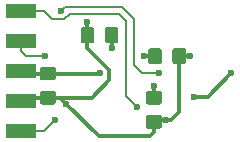
<source format=gbl>
G04 #@! TF.GenerationSoftware,KiCad,Pcbnew,5.1.5*
G04 #@! TF.CreationDate,2020-02-24T19:12:41+03:00*
G04 #@! TF.ProjectId,mod-lqfp48,6d6f642d-6c71-4667-9034-382e6b696361,rev?*
G04 #@! TF.SameCoordinates,PX1036640PYec82e0*
G04 #@! TF.FileFunction,Copper,L2,Bot*
G04 #@! TF.FilePolarity,Positive*
%FSLAX46Y46*%
G04 Gerber Fmt 4.6, Leading zero omitted, Abs format (unit mm)*
G04 Created by KiCad (PCBNEW 5.1.5) date 2020-02-24 19:12:41*
%MOMM*%
%LPD*%
G04 APERTURE LIST*
%ADD10C,0.150000*%
%ADD11R,2.540000X1.270000*%
%ADD12C,0.600000*%
%ADD13C,0.300000*%
%ADD14C,0.200000*%
G04 APERTURE END LIST*
G04 #@! TA.AperFunction,SMDPad,CuDef*
D10*
G36*
X8411505Y-2673204D02*
G01*
X8435773Y-2676804D01*
X8459572Y-2682765D01*
X8482671Y-2691030D01*
X8504850Y-2701520D01*
X8525893Y-2714132D01*
X8545599Y-2728747D01*
X8563777Y-2745223D01*
X8580253Y-2763401D01*
X8594868Y-2783107D01*
X8607480Y-2804150D01*
X8617970Y-2826329D01*
X8626235Y-2849428D01*
X8632196Y-2873227D01*
X8635796Y-2897495D01*
X8637000Y-2921999D01*
X8637000Y-3822001D01*
X8635796Y-3846505D01*
X8632196Y-3870773D01*
X8626235Y-3894572D01*
X8617970Y-3917671D01*
X8607480Y-3939850D01*
X8594868Y-3960893D01*
X8580253Y-3980599D01*
X8563777Y-3998777D01*
X8545599Y-4015253D01*
X8525893Y-4029868D01*
X8504850Y-4042480D01*
X8482671Y-4052970D01*
X8459572Y-4061235D01*
X8435773Y-4067196D01*
X8411505Y-4070796D01*
X8387001Y-4072000D01*
X7736999Y-4072000D01*
X7712495Y-4070796D01*
X7688227Y-4067196D01*
X7664428Y-4061235D01*
X7641329Y-4052970D01*
X7619150Y-4042480D01*
X7598107Y-4029868D01*
X7578401Y-4015253D01*
X7560223Y-3998777D01*
X7543747Y-3980599D01*
X7529132Y-3960893D01*
X7516520Y-3939850D01*
X7506030Y-3917671D01*
X7497765Y-3894572D01*
X7491804Y-3870773D01*
X7488204Y-3846505D01*
X7487000Y-3822001D01*
X7487000Y-2921999D01*
X7488204Y-2897495D01*
X7491804Y-2873227D01*
X7497765Y-2849428D01*
X7506030Y-2826329D01*
X7516520Y-2804150D01*
X7529132Y-2783107D01*
X7543747Y-2763401D01*
X7560223Y-2745223D01*
X7578401Y-2728747D01*
X7598107Y-2714132D01*
X7619150Y-2701520D01*
X7641329Y-2691030D01*
X7664428Y-2682765D01*
X7688227Y-2676804D01*
X7712495Y-2673204D01*
X7736999Y-2672000D01*
X8387001Y-2672000D01*
X8411505Y-2673204D01*
G37*
G04 #@! TD.AperFunction*
G04 #@! TA.AperFunction,SMDPad,CuDef*
G36*
X10461505Y-2673204D02*
G01*
X10485773Y-2676804D01*
X10509572Y-2682765D01*
X10532671Y-2691030D01*
X10554850Y-2701520D01*
X10575893Y-2714132D01*
X10595599Y-2728747D01*
X10613777Y-2745223D01*
X10630253Y-2763401D01*
X10644868Y-2783107D01*
X10657480Y-2804150D01*
X10667970Y-2826329D01*
X10676235Y-2849428D01*
X10682196Y-2873227D01*
X10685796Y-2897495D01*
X10687000Y-2921999D01*
X10687000Y-3822001D01*
X10685796Y-3846505D01*
X10682196Y-3870773D01*
X10676235Y-3894572D01*
X10667970Y-3917671D01*
X10657480Y-3939850D01*
X10644868Y-3960893D01*
X10630253Y-3980599D01*
X10613777Y-3998777D01*
X10595599Y-4015253D01*
X10575893Y-4029868D01*
X10554850Y-4042480D01*
X10532671Y-4052970D01*
X10509572Y-4061235D01*
X10485773Y-4067196D01*
X10461505Y-4070796D01*
X10437001Y-4072000D01*
X9786999Y-4072000D01*
X9762495Y-4070796D01*
X9738227Y-4067196D01*
X9714428Y-4061235D01*
X9691329Y-4052970D01*
X9669150Y-4042480D01*
X9648107Y-4029868D01*
X9628401Y-4015253D01*
X9610223Y-3998777D01*
X9593747Y-3980599D01*
X9579132Y-3960893D01*
X9566520Y-3939850D01*
X9556030Y-3917671D01*
X9547765Y-3894572D01*
X9541804Y-3870773D01*
X9538204Y-3846505D01*
X9537000Y-3822001D01*
X9537000Y-2921999D01*
X9538204Y-2897495D01*
X9541804Y-2873227D01*
X9547765Y-2849428D01*
X9556030Y-2826329D01*
X9566520Y-2804150D01*
X9579132Y-2783107D01*
X9593747Y-2763401D01*
X9610223Y-2745223D01*
X9628401Y-2728747D01*
X9648107Y-2714132D01*
X9669150Y-2701520D01*
X9691329Y-2691030D01*
X9714428Y-2682765D01*
X9738227Y-2676804D01*
X9762495Y-2673204D01*
X9786999Y-2672000D01*
X10437001Y-2672000D01*
X10461505Y-2673204D01*
G37*
G04 #@! TD.AperFunction*
D11*
X2408948Y-1340000D03*
X2408948Y-3880000D03*
X2408948Y-6420000D03*
X2408948Y-8960000D03*
X2408948Y-11500000D03*
G04 #@! TA.AperFunction,SMDPad,CuDef*
D10*
G36*
X16176505Y-4451204D02*
G01*
X16200773Y-4454804D01*
X16224572Y-4460765D01*
X16247671Y-4469030D01*
X16269850Y-4479520D01*
X16290893Y-4492132D01*
X16310599Y-4506747D01*
X16328777Y-4523223D01*
X16345253Y-4541401D01*
X16359868Y-4561107D01*
X16372480Y-4582150D01*
X16382970Y-4604329D01*
X16391235Y-4627428D01*
X16397196Y-4651227D01*
X16400796Y-4675495D01*
X16402000Y-4699999D01*
X16402000Y-5600001D01*
X16400796Y-5624505D01*
X16397196Y-5648773D01*
X16391235Y-5672572D01*
X16382970Y-5695671D01*
X16372480Y-5717850D01*
X16359868Y-5738893D01*
X16345253Y-5758599D01*
X16328777Y-5776777D01*
X16310599Y-5793253D01*
X16290893Y-5807868D01*
X16269850Y-5820480D01*
X16247671Y-5830970D01*
X16224572Y-5839235D01*
X16200773Y-5845196D01*
X16176505Y-5848796D01*
X16152001Y-5850000D01*
X15501999Y-5850000D01*
X15477495Y-5848796D01*
X15453227Y-5845196D01*
X15429428Y-5839235D01*
X15406329Y-5830970D01*
X15384150Y-5820480D01*
X15363107Y-5807868D01*
X15343401Y-5793253D01*
X15325223Y-5776777D01*
X15308747Y-5758599D01*
X15294132Y-5738893D01*
X15281520Y-5717850D01*
X15271030Y-5695671D01*
X15262765Y-5672572D01*
X15256804Y-5648773D01*
X15253204Y-5624505D01*
X15252000Y-5600001D01*
X15252000Y-4699999D01*
X15253204Y-4675495D01*
X15256804Y-4651227D01*
X15262765Y-4627428D01*
X15271030Y-4604329D01*
X15281520Y-4582150D01*
X15294132Y-4561107D01*
X15308747Y-4541401D01*
X15325223Y-4523223D01*
X15343401Y-4506747D01*
X15363107Y-4492132D01*
X15384150Y-4479520D01*
X15406329Y-4469030D01*
X15429428Y-4460765D01*
X15453227Y-4454804D01*
X15477495Y-4451204D01*
X15501999Y-4450000D01*
X16152001Y-4450000D01*
X16176505Y-4451204D01*
G37*
G04 #@! TD.AperFunction*
G04 #@! TA.AperFunction,SMDPad,CuDef*
G36*
X14126505Y-4451204D02*
G01*
X14150773Y-4454804D01*
X14174572Y-4460765D01*
X14197671Y-4469030D01*
X14219850Y-4479520D01*
X14240893Y-4492132D01*
X14260599Y-4506747D01*
X14278777Y-4523223D01*
X14295253Y-4541401D01*
X14309868Y-4561107D01*
X14322480Y-4582150D01*
X14332970Y-4604329D01*
X14341235Y-4627428D01*
X14347196Y-4651227D01*
X14350796Y-4675495D01*
X14352000Y-4699999D01*
X14352000Y-5600001D01*
X14350796Y-5624505D01*
X14347196Y-5648773D01*
X14341235Y-5672572D01*
X14332970Y-5695671D01*
X14322480Y-5717850D01*
X14309868Y-5738893D01*
X14295253Y-5758599D01*
X14278777Y-5776777D01*
X14260599Y-5793253D01*
X14240893Y-5807868D01*
X14219850Y-5820480D01*
X14197671Y-5830970D01*
X14174572Y-5839235D01*
X14150773Y-5845196D01*
X14126505Y-5848796D01*
X14102001Y-5850000D01*
X13451999Y-5850000D01*
X13427495Y-5848796D01*
X13403227Y-5845196D01*
X13379428Y-5839235D01*
X13356329Y-5830970D01*
X13334150Y-5820480D01*
X13313107Y-5807868D01*
X13293401Y-5793253D01*
X13275223Y-5776777D01*
X13258747Y-5758599D01*
X13244132Y-5738893D01*
X13231520Y-5717850D01*
X13221030Y-5695671D01*
X13212765Y-5672572D01*
X13206804Y-5648773D01*
X13203204Y-5624505D01*
X13202000Y-5600001D01*
X13202000Y-4699999D01*
X13203204Y-4675495D01*
X13206804Y-4651227D01*
X13212765Y-4627428D01*
X13221030Y-4604329D01*
X13231520Y-4582150D01*
X13244132Y-4561107D01*
X13258747Y-4541401D01*
X13275223Y-4523223D01*
X13293401Y-4506747D01*
X13313107Y-4492132D01*
X13334150Y-4479520D01*
X13356329Y-4469030D01*
X13379428Y-4460765D01*
X13403227Y-4454804D01*
X13427495Y-4451204D01*
X13451999Y-4450000D01*
X14102001Y-4450000D01*
X14126505Y-4451204D01*
G37*
G04 #@! TD.AperFunction*
G04 #@! TA.AperFunction,SMDPad,CuDef*
G36*
X14158905Y-8097804D02*
G01*
X14183173Y-8101404D01*
X14206972Y-8107365D01*
X14230071Y-8115630D01*
X14252250Y-8126120D01*
X14273293Y-8138732D01*
X14292999Y-8153347D01*
X14311177Y-8169823D01*
X14327653Y-8188001D01*
X14342268Y-8207707D01*
X14354880Y-8228750D01*
X14365370Y-8250929D01*
X14373635Y-8274028D01*
X14379596Y-8297827D01*
X14383196Y-8322095D01*
X14384400Y-8346599D01*
X14384400Y-8996601D01*
X14383196Y-9021105D01*
X14379596Y-9045373D01*
X14373635Y-9069172D01*
X14365370Y-9092271D01*
X14354880Y-9114450D01*
X14342268Y-9135493D01*
X14327653Y-9155199D01*
X14311177Y-9173377D01*
X14292999Y-9189853D01*
X14273293Y-9204468D01*
X14252250Y-9217080D01*
X14230071Y-9227570D01*
X14206972Y-9235835D01*
X14183173Y-9241796D01*
X14158905Y-9245396D01*
X14134401Y-9246600D01*
X13234399Y-9246600D01*
X13209895Y-9245396D01*
X13185627Y-9241796D01*
X13161828Y-9235835D01*
X13138729Y-9227570D01*
X13116550Y-9217080D01*
X13095507Y-9204468D01*
X13075801Y-9189853D01*
X13057623Y-9173377D01*
X13041147Y-9155199D01*
X13026532Y-9135493D01*
X13013920Y-9114450D01*
X13003430Y-9092271D01*
X12995165Y-9069172D01*
X12989204Y-9045373D01*
X12985604Y-9021105D01*
X12984400Y-8996601D01*
X12984400Y-8346599D01*
X12985604Y-8322095D01*
X12989204Y-8297827D01*
X12995165Y-8274028D01*
X13003430Y-8250929D01*
X13013920Y-8228750D01*
X13026532Y-8207707D01*
X13041147Y-8188001D01*
X13057623Y-8169823D01*
X13075801Y-8153347D01*
X13095507Y-8138732D01*
X13116550Y-8126120D01*
X13138729Y-8115630D01*
X13161828Y-8107365D01*
X13185627Y-8101404D01*
X13209895Y-8097804D01*
X13234399Y-8096600D01*
X14134401Y-8096600D01*
X14158905Y-8097804D01*
G37*
G04 #@! TD.AperFunction*
G04 #@! TA.AperFunction,SMDPad,CuDef*
G36*
X14158905Y-10147804D02*
G01*
X14183173Y-10151404D01*
X14206972Y-10157365D01*
X14230071Y-10165630D01*
X14252250Y-10176120D01*
X14273293Y-10188732D01*
X14292999Y-10203347D01*
X14311177Y-10219823D01*
X14327653Y-10238001D01*
X14342268Y-10257707D01*
X14354880Y-10278750D01*
X14365370Y-10300929D01*
X14373635Y-10324028D01*
X14379596Y-10347827D01*
X14383196Y-10372095D01*
X14384400Y-10396599D01*
X14384400Y-11046601D01*
X14383196Y-11071105D01*
X14379596Y-11095373D01*
X14373635Y-11119172D01*
X14365370Y-11142271D01*
X14354880Y-11164450D01*
X14342268Y-11185493D01*
X14327653Y-11205199D01*
X14311177Y-11223377D01*
X14292999Y-11239853D01*
X14273293Y-11254468D01*
X14252250Y-11267080D01*
X14230071Y-11277570D01*
X14206972Y-11285835D01*
X14183173Y-11291796D01*
X14158905Y-11295396D01*
X14134401Y-11296600D01*
X13234399Y-11296600D01*
X13209895Y-11295396D01*
X13185627Y-11291796D01*
X13161828Y-11285835D01*
X13138729Y-11277570D01*
X13116550Y-11267080D01*
X13095507Y-11254468D01*
X13075801Y-11239853D01*
X13057623Y-11223377D01*
X13041147Y-11205199D01*
X13026532Y-11185493D01*
X13013920Y-11164450D01*
X13003430Y-11142271D01*
X12995165Y-11119172D01*
X12989204Y-11095373D01*
X12985604Y-11071105D01*
X12984400Y-11046601D01*
X12984400Y-10396599D01*
X12985604Y-10372095D01*
X12989204Y-10347827D01*
X12995165Y-10324028D01*
X13003430Y-10300929D01*
X13013920Y-10278750D01*
X13026532Y-10257707D01*
X13041147Y-10238001D01*
X13057623Y-10219823D01*
X13075801Y-10203347D01*
X13095507Y-10188732D01*
X13116550Y-10176120D01*
X13138729Y-10165630D01*
X13161828Y-10157365D01*
X13185627Y-10151404D01*
X13209895Y-10147804D01*
X13234399Y-10146600D01*
X14134401Y-10146600D01*
X14158905Y-10147804D01*
G37*
G04 #@! TD.AperFunction*
G04 #@! TA.AperFunction,SMDPad,CuDef*
G36*
X5174505Y-6051204D02*
G01*
X5198773Y-6054804D01*
X5222572Y-6060765D01*
X5245671Y-6069030D01*
X5267850Y-6079520D01*
X5288893Y-6092132D01*
X5308599Y-6106747D01*
X5326777Y-6123223D01*
X5343253Y-6141401D01*
X5357868Y-6161107D01*
X5370480Y-6182150D01*
X5380970Y-6204329D01*
X5389235Y-6227428D01*
X5395196Y-6251227D01*
X5398796Y-6275495D01*
X5400000Y-6299999D01*
X5400000Y-6950001D01*
X5398796Y-6974505D01*
X5395196Y-6998773D01*
X5389235Y-7022572D01*
X5380970Y-7045671D01*
X5370480Y-7067850D01*
X5357868Y-7088893D01*
X5343253Y-7108599D01*
X5326777Y-7126777D01*
X5308599Y-7143253D01*
X5288893Y-7157868D01*
X5267850Y-7170480D01*
X5245671Y-7180970D01*
X5222572Y-7189235D01*
X5198773Y-7195196D01*
X5174505Y-7198796D01*
X5150001Y-7200000D01*
X4249999Y-7200000D01*
X4225495Y-7198796D01*
X4201227Y-7195196D01*
X4177428Y-7189235D01*
X4154329Y-7180970D01*
X4132150Y-7170480D01*
X4111107Y-7157868D01*
X4091401Y-7143253D01*
X4073223Y-7126777D01*
X4056747Y-7108599D01*
X4042132Y-7088893D01*
X4029520Y-7067850D01*
X4019030Y-7045671D01*
X4010765Y-7022572D01*
X4004804Y-6998773D01*
X4001204Y-6974505D01*
X4000000Y-6950001D01*
X4000000Y-6299999D01*
X4001204Y-6275495D01*
X4004804Y-6251227D01*
X4010765Y-6227428D01*
X4019030Y-6204329D01*
X4029520Y-6182150D01*
X4042132Y-6161107D01*
X4056747Y-6141401D01*
X4073223Y-6123223D01*
X4091401Y-6106747D01*
X4111107Y-6092132D01*
X4132150Y-6079520D01*
X4154329Y-6069030D01*
X4177428Y-6060765D01*
X4201227Y-6054804D01*
X4225495Y-6051204D01*
X4249999Y-6050000D01*
X5150001Y-6050000D01*
X5174505Y-6051204D01*
G37*
G04 #@! TD.AperFunction*
G04 #@! TA.AperFunction,SMDPad,CuDef*
G36*
X5174505Y-8101204D02*
G01*
X5198773Y-8104804D01*
X5222572Y-8110765D01*
X5245671Y-8119030D01*
X5267850Y-8129520D01*
X5288893Y-8142132D01*
X5308599Y-8156747D01*
X5326777Y-8173223D01*
X5343253Y-8191401D01*
X5357868Y-8211107D01*
X5370480Y-8232150D01*
X5380970Y-8254329D01*
X5389235Y-8277428D01*
X5395196Y-8301227D01*
X5398796Y-8325495D01*
X5400000Y-8349999D01*
X5400000Y-9000001D01*
X5398796Y-9024505D01*
X5395196Y-9048773D01*
X5389235Y-9072572D01*
X5380970Y-9095671D01*
X5370480Y-9117850D01*
X5357868Y-9138893D01*
X5343253Y-9158599D01*
X5326777Y-9176777D01*
X5308599Y-9193253D01*
X5288893Y-9207868D01*
X5267850Y-9220480D01*
X5245671Y-9230970D01*
X5222572Y-9239235D01*
X5198773Y-9245196D01*
X5174505Y-9248796D01*
X5150001Y-9250000D01*
X4249999Y-9250000D01*
X4225495Y-9248796D01*
X4201227Y-9245196D01*
X4177428Y-9239235D01*
X4154329Y-9230970D01*
X4132150Y-9220480D01*
X4111107Y-9207868D01*
X4091401Y-9193253D01*
X4073223Y-9176777D01*
X4056747Y-9158599D01*
X4042132Y-9138893D01*
X4029520Y-9117850D01*
X4019030Y-9095671D01*
X4010765Y-9072572D01*
X4004804Y-9048773D01*
X4001204Y-9024505D01*
X4000000Y-9000001D01*
X4000000Y-8349999D01*
X4001204Y-8325495D01*
X4004804Y-8301227D01*
X4010765Y-8277428D01*
X4019030Y-8254329D01*
X4029520Y-8232150D01*
X4042132Y-8211107D01*
X4056747Y-8191401D01*
X4073223Y-8173223D01*
X4091401Y-8156747D01*
X4111107Y-8142132D01*
X4132150Y-8129520D01*
X4154329Y-8119030D01*
X4177428Y-8110765D01*
X4201227Y-8104804D01*
X4225495Y-8101204D01*
X4249999Y-8100000D01*
X5150001Y-8100000D01*
X5174505Y-8101204D01*
G37*
G04 #@! TD.AperFunction*
D12*
X10103000Y-4451500D03*
X9087000Y-6610500D03*
X13684400Y-7715400D03*
X12871600Y-5150000D03*
X20199500Y-6610500D03*
X17088000Y-8579000D03*
X14149021Y-6594545D03*
X5785004Y-1340000D03*
X5300000Y-10600000D03*
X4450000Y-5150000D03*
X8050000Y-2250000D03*
X16770500Y-5150000D03*
X6242200Y-9163200D03*
X14725800Y-10585600D03*
X12262000Y-9417200D03*
D13*
X2408948Y-6420000D02*
X2970000Y-6420000D01*
X2970000Y-6420000D02*
X3175000Y-6625000D01*
X2613948Y-6625000D02*
X2408948Y-6420000D01*
X4700000Y-6625000D02*
X2613948Y-6625000D01*
X10112000Y-3372000D02*
X10112000Y-4442500D01*
X10112000Y-4442500D02*
X10103000Y-4451500D01*
X4700000Y-6625000D02*
X9072500Y-6625000D01*
X9072500Y-6625000D02*
X9087000Y-6610500D01*
X13684400Y-8671600D02*
X13684400Y-7715400D01*
X13777000Y-5150000D02*
X12871600Y-5150000D01*
X18231000Y-8579000D02*
X17088000Y-8579000D01*
X20199500Y-6610500D02*
X18231000Y-8579000D01*
D14*
X6166004Y-959000D02*
X5785004Y-1340000D01*
X12639745Y-6594545D02*
X11982600Y-5937400D01*
X14149021Y-6594545D02*
X12639745Y-6594545D01*
X11982600Y-5937400D02*
X11982600Y-1975000D01*
X11982600Y-1975000D02*
X10966600Y-959000D01*
X10966600Y-959000D02*
X6166004Y-959000D01*
X2408948Y-11500000D02*
X4400000Y-11500000D01*
X4400000Y-11500000D02*
X5300000Y-10600000D01*
X2843948Y-5150000D02*
X4450000Y-5150000D01*
X2408948Y-3880000D02*
X2408948Y-4715000D01*
X2408948Y-4715000D02*
X2843948Y-5150000D01*
D13*
X8062000Y-2262000D02*
X8050000Y-2250000D01*
X8062000Y-3372000D02*
X8062000Y-2262000D01*
X2693948Y-8675000D02*
X2408948Y-8960000D01*
X4700000Y-8675000D02*
X2693948Y-8675000D01*
X16770500Y-5150000D02*
X15827000Y-5150000D01*
X8062000Y-4442500D02*
X8062000Y-3372000D01*
X9912500Y-6293000D02*
X8062000Y-4442500D01*
X9912500Y-7182000D02*
X9912500Y-6293000D01*
X8419500Y-8675000D02*
X9912500Y-7182000D01*
X4700000Y-8675000D02*
X8419500Y-8675000D01*
X5754000Y-8675000D02*
X6242200Y-9163200D01*
X4700000Y-8675000D02*
X5754000Y-8675000D01*
X13820400Y-10585600D02*
X13684400Y-10721600D01*
X14725800Y-10585600D02*
X13820400Y-10585600D01*
X13684400Y-11601600D02*
X13684400Y-10721600D01*
X6242200Y-9163200D02*
X9010800Y-11931800D01*
X13354200Y-11931800D02*
X13684400Y-11601600D01*
X9010800Y-11931800D02*
X13354200Y-11931800D01*
X15827000Y-5850000D02*
X15827000Y-5150000D01*
X15827000Y-9908664D02*
X15827000Y-5850000D01*
X15150064Y-10585600D02*
X15827000Y-9908664D01*
X14725800Y-10585600D02*
X15150064Y-10585600D01*
D14*
X10738000Y-1594000D02*
X6547000Y-1594000D01*
X12262000Y-9417200D02*
X11347600Y-8502800D01*
X11347600Y-8502800D02*
X11347600Y-2203600D01*
X11347600Y-2203600D02*
X10738000Y-1594000D01*
X6102500Y-2038500D02*
X5086500Y-2038500D01*
X6547000Y-1594000D02*
X6102500Y-2038500D01*
X5086500Y-2038500D02*
X4388000Y-1340000D01*
X4388000Y-1340000D02*
X2408948Y-1340000D01*
M02*

</source>
